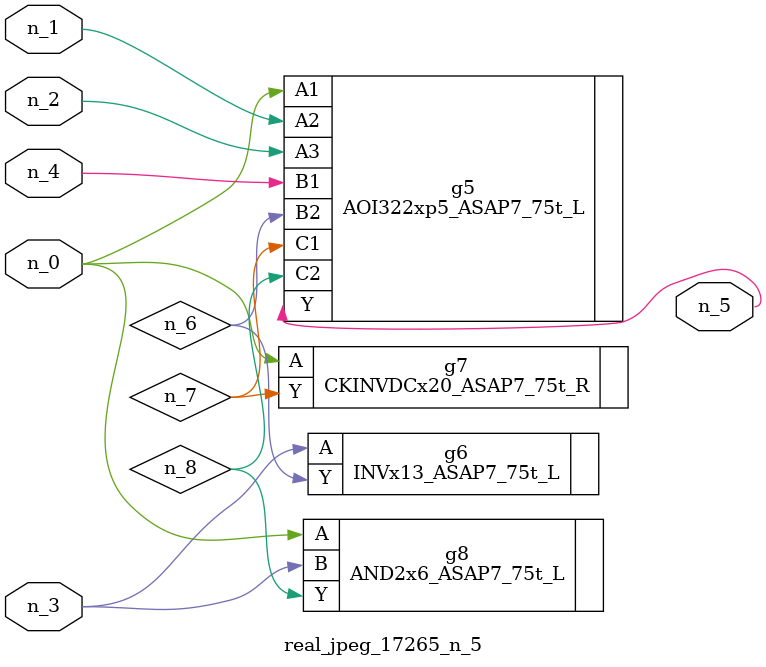
<source format=v>
module real_jpeg_17265_n_5 (n_4, n_0, n_1, n_2, n_3, n_5);

input n_4;
input n_0;
input n_1;
input n_2;
input n_3;

output n_5;

wire n_8;
wire n_6;
wire n_7;

AOI322xp5_ASAP7_75t_L g5 ( 
.A1(n_0),
.A2(n_1),
.A3(n_2),
.B1(n_4),
.B2(n_6),
.C1(n_7),
.C2(n_8),
.Y(n_5)
);

CKINVDCx20_ASAP7_75t_R g7 ( 
.A(n_0),
.Y(n_7)
);

AND2x6_ASAP7_75t_L g8 ( 
.A(n_0),
.B(n_3),
.Y(n_8)
);

INVx13_ASAP7_75t_L g6 ( 
.A(n_3),
.Y(n_6)
);


endmodule
</source>
